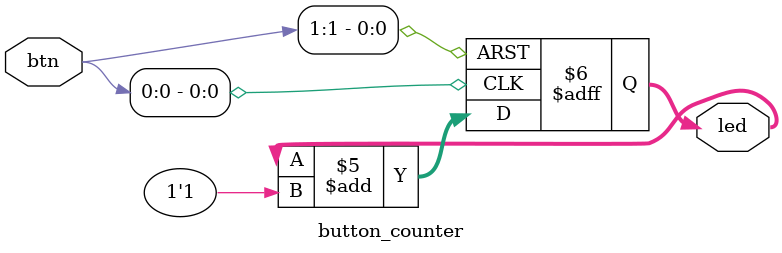
<source format=v>
module button_counter(
    input [1:0] btn,
    output reg [3:0] led
);

    //Reversing buttons as they are active low
    //Buttons are not de-bounced in hardware
    wire rst = !btn[1];
    wire clk = !btn[0];

    always @(posedge clk or posedge rst) begin
        if (rst == 1'b1) begin
            led <= 4'b0000;
        end else begin
            led <= led + 1'b1;
        end
    end


endmodule
</source>
